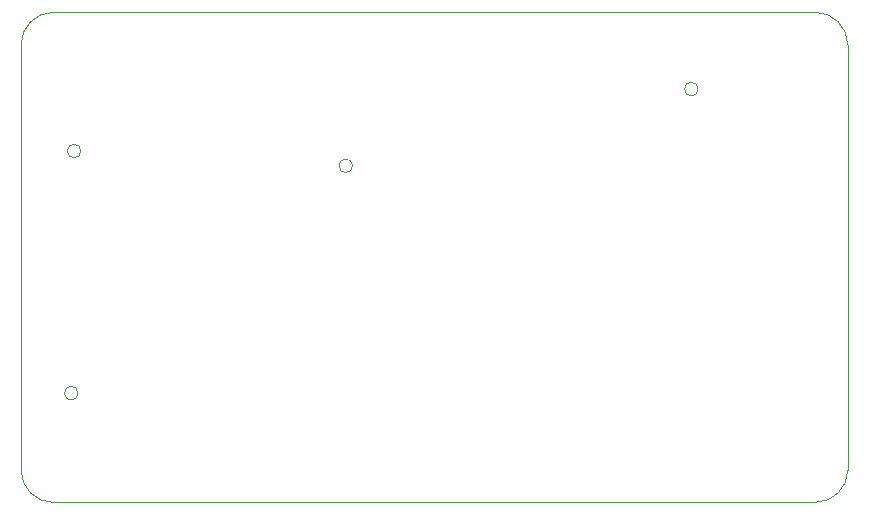
<source format=gbr>
%TF.GenerationSoftware,KiCad,Pcbnew,5.1.9-73d0e3b20d~88~ubuntu18.04.1*%
%TF.CreationDate,2021-01-21T10:29:52+00:00*%
%TF.ProjectId,Object_Detect_Board,4f626a65-6374-45f4-9465-746563745f42,V1.0*%
%TF.SameCoordinates,Original*%
%TF.FileFunction,Profile,NP*%
%FSLAX46Y46*%
G04 Gerber Fmt 4.6, Leading zero omitted, Abs format (unit mm)*
G04 Created by KiCad (PCBNEW 5.1.9-73d0e3b20d~88~ubuntu18.04.1) date 2021-01-21 10:29:52*
%MOMM*%
%LPD*%
G01*
G04 APERTURE LIST*
%TA.AperFunction,Profile*%
%ADD10C,0.050000*%
%TD*%
G04 APERTURE END LIST*
D10*
X118326000Y-89500000D02*
G75*
G03*
X118326000Y-89500000I-576000J0D01*
G01*
X170576000Y-84250000D02*
G75*
G03*
X170576000Y-84250000I-576000J0D01*
G01*
X118076000Y-110000000D02*
G75*
G03*
X118076000Y-110000000I-576000J0D01*
G01*
X141326000Y-90750000D02*
G75*
G03*
X141326000Y-90750000I-576000J0D01*
G01*
X113250000Y-116500000D02*
X113250000Y-80500000D01*
X183250000Y-116500000D02*
X183250000Y-80500000D01*
X180500000Y-119250000D02*
X116000000Y-119250000D01*
X116000000Y-77750000D02*
X180500000Y-77750000D01*
X180500000Y-77750000D02*
G75*
G02*
X183250000Y-80500000I0J-2750000D01*
G01*
X183250000Y-116500000D02*
G75*
G02*
X180500000Y-119250000I-2750000J0D01*
G01*
X116000000Y-119250000D02*
G75*
G02*
X113250000Y-116500000I0J2750000D01*
G01*
X113250000Y-80500000D02*
G75*
G02*
X116000000Y-77750000I2750000J0D01*
G01*
M02*

</source>
